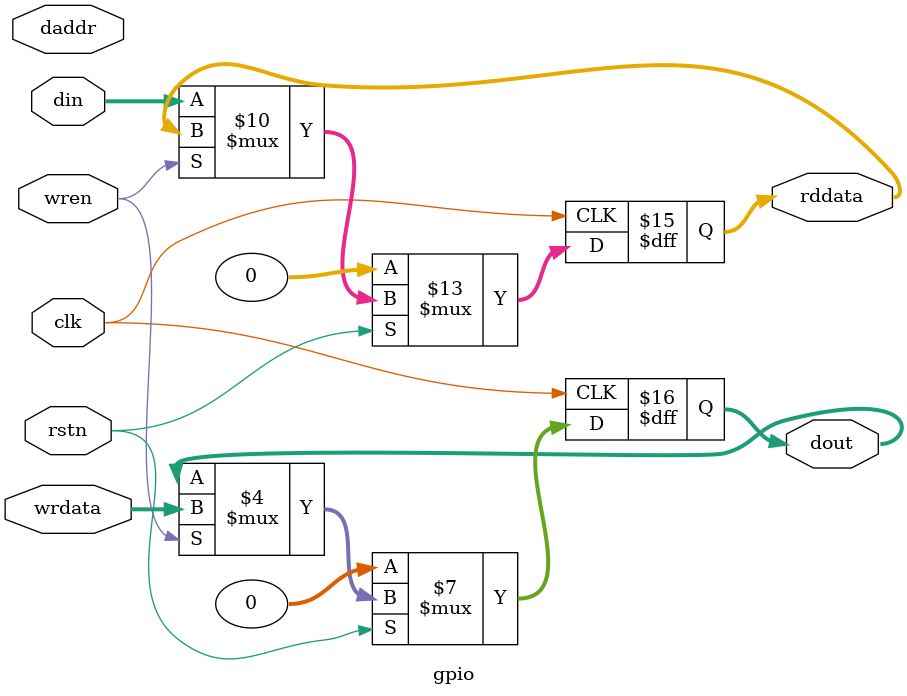
<source format=sv>
module gpio(clk,wren,rstn,daddr,rddata,wrdata,din,dout);

parameter w=32,d=1024;
localparam a=$clog2(d);

input clk,wren, rstn;
input [a-1:0] daddr;
input [w-1:0] wrdata;
output logic [w-1:0] rddata;
input [w-1:0] din;
output logic [w-1:0] dout;


always @(posedge clk)begin
    if(!rstn) begin
        dout <= 0;
        rddata <= 0;
    end
    else if (wren) dout<=wrdata;
    else rddata<=din;
end
endmodule

</source>
